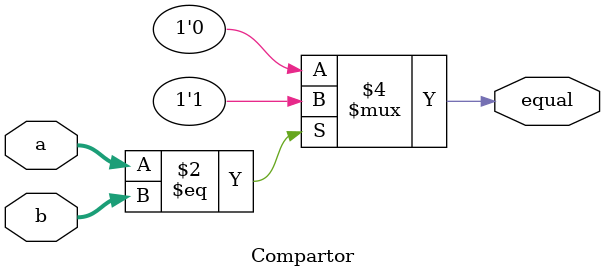
<source format=v>
module Compartor (
    input wire [15:0] a,
    input wire [15:0] b,
    output reg equal
    );

 always @(*)
	begin
        if (a==b)
        equal =1'b1;
		else
		equal=1'b0;
		end
endmodule

</source>
